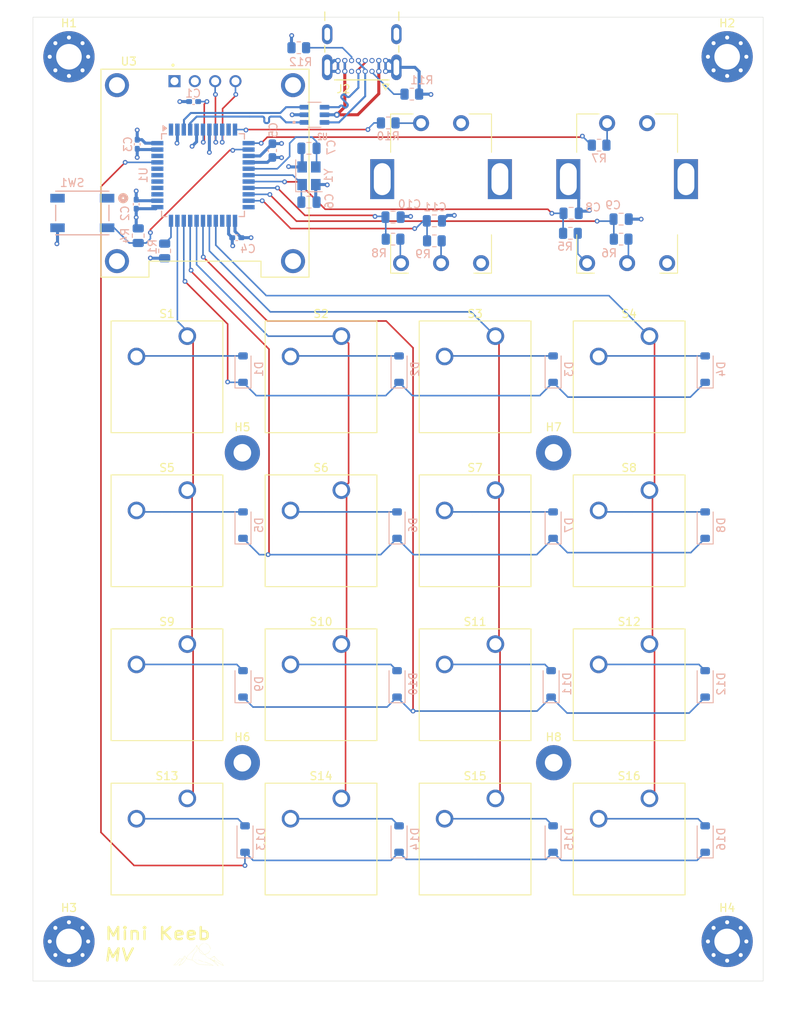
<source format=kicad_pcb>
(kicad_pcb (version 20241229) (generator "pcbnew") (generator_version "9.0")
  (layers (0 "F.Cu" power) (4 "In1.Cu" signal) (6 "In2.Cu" signal) (2 "B.Cu" signal) (13 "F.Paste" user) (15 "B.Paste" user) (5 "F.SilkS" user "F.Silkscreen") (7 "B.SilkS" user "B.Silkscreen") (1 "F.Mask" user) (3 "B.Mask" user) (25 "Edge.Cuts" user))
  (net 0 "")
  (net 7 "Net-(U1-UCAP)")
  (net 8 "GND")
  (net 9 "Net-(U1-XTAL2)")
  (net 10 "Net-(U1-~{HWB}{slash}PE2)")
  (net 11 "Net-(U1-~{RESET})")
  (net 12 "ROW 0")
  (net 13 "Net-(D1-A)")
  (net 14 "Net-(D2-A)")
  (net 15 "Net-(D3-A)")
  (net 16 "Net-(D4-A)")
  (net 17 "ROW 1")
  (net 18 "Net-(D5-A)")
  (net 19 "Net-(D6-A)")
  (net 20 "Net-(D7-A)")
  (net 21 "Net-(D8-A)")
  (net 22 "Net-(D9-A)")
  (net 23 "ROW 2")
  (net 24 "Net-(D10-A)")
  (net 25 "Net-(D11-A)")
  (net 26 "Net-(D12-A)")
  (net 27 "5V")
  (net 28 "SCL")
  (net 29 "SDA")
  (net 30 "COL 0")
  (net 31 "COL 1")
  (net 32 "COL 2")
  (net 33 "COL 3")
  (net 34 "Net-(R7-Pad2)")
  (net 35 "SW0")
  (net 36 "Net-(R10-Pad2)")
  (net 37 "Net-(U1-XTAL1)")
  (net 38 "ROTA0")
  (net 39 "ROTB0")
  (net 40 "ROTA1")
  (net 41 "ROTB1")
  (net 42 "SW1")
  (net 43 "VBUS+")
  (net 44 "USB_D-")
  (net 46 "Net-(J2-CC1)")
  (net 47 "USB_D+")
  (net 48 "Net-(J2-CC2)")
  (net 50 "MPU_USB_D-")
  (net 51 "MPU_USB_D+")
  (net 52 "Net-(D13-A)")
  (net 53 "ROW 3")
  (net 54 "Net-(D14-A)")
  (net 55 "Net-(D15-A)")
  (net 56 "Net-(D16-A)")
  (net 57 "Net-(S17-CHANNEL_A)")
  (net 58 "Net-(S17-CHANNEL_B)")
  (net 59 "Net-(S18-CHANNEL_A)")
  (net 60 "Net-(S18-CHANNEL_B)")
  (footprint "MountingHole:MountingHole_3.2mm_M3_Pad_Via" (layer "F.Cu") (at 33 140.052944)
    (property "Reference" "H3")
    (property "Value" "MountHole")
  )
  (footprint "kicad-footprints:PEC16-4xxxx-Sxxxx" (layer "F.Cu") (at 102.75 44.75)
    (property "Reference" "S17" (hide yes))
    (property "Value" "PEC16-4220F-S0024:PEC16-4xxxx-Sxxxx" (hide yes))
  )
  (footprint "MountingHole:MountingHole_3.2mm_M3_Pad_Via" (layer "F.Cu") (at 115.25 140.052944)
    (property "Reference" "H4")
    (property "Value" "MountHole")
  )
  (footprint "Button_Switch_Keyboard:SW_Cherry_MX_1.00u_PCB" (layer "F.Cu") (at 86.29 64.38)
    (property "Reference" "S3")
    (property "Value" "Keyswitch")
  )
  (footprint "Button_Switch_Keyboard:SW_Cherry_MX_1.00u_PCB" (layer "F.Cu") (at 67.04 122.17)
    (property "Reference" "S14")
    (property "Value" "Keyswitch")
  )
  (footprint "Button_Switch_Keyboard:SW_Cherry_MX_1.00u_PCB" (layer "F.Cu") (at 67.04 83.63)
    (property "Reference" "S6")
    (property "Value" "Keyswitch")
  )
  (footprint "MountingHole:MountingHole_2.2mm_M2_Pad" (layer "F.Cu") (at 93.57 117.71)
    (property "Reference" "H8")
    (property "Value" "MountHole")
  )
  (footprint "MountingHole:MountingHole_2.2mm_M2_Pad" (layer "F.Cu") (at 54.67 78.96)
    (property "Reference" "H5")
    (property "Value" "MountHole")
  )
  (footprint "Drawings:mountainline-small" (layer "F.Cu") (at 49.149 141.605)
    (property "Reference" "G***" (hide yes))
    (property "Value" "LOGO" (hide yes))
  )
  (footprint "Button_Switch_Keyboard:SW_Cherry_MX_1.00u_PCB" (layer "F.Cu") (at 86.29 83.63)
    (property "Reference" "S7")
    (property "Value" "Keyswitch")
  )
  (footprint "Button_Switch_Keyboard:SW_Cherry_MX_1.00u_PCB" (layer "F.Cu") (at 105.54 64.38)
    (property "Reference" "S4")
    (property "Value" "Keyswitch")
  )
  (footprint "Button_Switch_Keyboard:SW_Cherry_MX_1.00u_PCB" (layer "F.Cu") (at 105.54 83.63)
    (property "Reference" "S8")
    (property "Value" "Keyswitch")
  )
  (footprint "MountingHole:MountingHole_3.2mm_M3_Pad_Via" (layer "F.Cu") (at 33 29.447056)
    (property "Reference" "H1")
    (property "Value" "MountHole")
  )
  (footprint "MountingHole:MountingHole_2.2mm_M2_Pad" (layer "F.Cu") (at 54.67 117.71)
    (property "Reference" "H6")
    (property "Value" "MountHole")
  )
  (footprint "Button_Switch_Keyboard:SW_Cherry_MX_1.00u_PCB" (layer "F.Cu") (at 47.79 83.63)
    (property "Reference" "S5")
    (property "Value" "Keyswitch")
  )
  (footprint "Button_Switch_Keyboard:SW_Cherry_MX_1.00u_PCB" (layer "F.Cu") (at 47.79 64.38)
    (property "Reference" "S1")
    (property "Value" "Keyswitch")
  )
  (footprint "Button_Switch_Keyboard:SW_Cherry_MX_1.00u_PCB" (layer "F.Cu") (at 67.04 102.88)
    (property "Reference" "S10")
    (property "Value" "Keyswitch")
  )
  (footprint "MountingHole:MountingHole_2.2mm_M2_Pad" (layer "F.Cu") (at 93.57 78.96)
    (property "Reference" "H7")
    (property "Value" "MountHole")
  )
  (footprint "MountingHole:MountingHole_3.2mm_M3_Pad_Via" (layer "F.Cu") (at 115.25 29.447056)
    (property "Reference" "H2")
    (property "Value" "MountHole")
  )
  (footprint "Button_Switch_Keyboard:SW_Cherry_MX_1.00u_PCB" (layer "F.Cu") (at 105.54 102.88)
    (property "Reference" "S12")
    (property "Value" "Keyswitch")
  )
  (footprint "kicad-footprints:MODULE_DM-OLED096-636" (layer "F.Cu") (at 50 44)
    (property "Reference" "U3")
    (property "Value" "DM-OLED096-636")
  )
  (footprint "Button_Switch_Keyboard:SW_Cherry_MX_1.00u_PCB" (layer "F.Cu") (at 67.04 64.38)
    (property "Reference" "S2")
    (property "Value" "Keyswitch")
  )
  (footprint "Button_Switch_Keyboard:SW_Cherry_MX_1.00u_PCB" (layer "F.Cu") (at 47.79 102.88)
    (property "Reference" "S9")
    (property "Value" "Keyswitch")
  )
  (footprint "kicad-footprints:MOLEX_2137160001" (layer "F.Cu") (at 69.596 23.622 180)
    (property "Reference" "J2")
    (property "Value" "2137160001")
  )
  (footprint "Button_Switch_Keyboard:SW_Cherry_MX_1.00u_PCB" (layer "F.Cu") (at 86.29 122.17)
    (property "Reference" "S15")
    (property "Value" "Keyswitch")
  )
  (footprint "kicad-footprints:PEC16-4xxxx-Sxxxx" (layer "F.Cu") (at 79.5 44.75)
    (property "Reference" "S18" (hide yes))
    (property "Value" "PEC16-4220F-S0024:PEC16-4xxxx-Sxxxx" (hide yes))
  )
  (footprint "Button_Switch_Keyboard:SW_Cherry_MX_1.00u_PCB" (layer "F.Cu") (at 105.54 122.17)
    (property "Reference" "S16")
    (property "Value" "Keyswitch")
  )
  (footprint "Button_Switch_Keyboard:SW_Cherry_MX_1.00u_PCB" (layer "F.Cu") (at 47.79 122.17)
    (property "Reference" "S13")
    (property "Value" "Keyswitch")
  )
  (footprint "Button_Switch_Keyboard:SW_Cherry_MX_1.00u_PCB" (layer "F.Cu") (at 86.29 102.88)
    (property "Reference" "S11")
    (property "Value" "Keyswitch")
  )
  (footprint "Capacitor_SMD:C_0805_2012Metric" (layer "B.Cu") (at 62.992 47.625 180)
    (property "Reference" "C6")
    (property "Value" "22pF")
  )
  (footprint "Capacitor_SMD:C_0805_2012Metric" (layer "B.Cu") (at 62.992 40.894)
    (property "Reference" "C7")
    (property "Value" "22pF")
  )
  (footprint "Capacitor_SMD:C_0603_1608Metric_Pad1.08x0.95mm_HandSolder" (layer "B.Cu") (at 58.42 41.1745 -90)
    (property "Reference" "C5")
    (property "Value" "10uF")
  )
  (footprint "Resistor_SMD:R_0805_2012Metric" (layer "B.Cu") (at 72.898 37.719)
    (property "Reference" "R10")
    (property "Value" "10k")
  )
  (footprint "Diode_SMD:D_SOD-123" (layer "B.Cu") (at 54.75 107.85 90)
    (property "Reference" "D9")
    (property "Value" "SOD-123")
  )
  (footprint "Capacitor_SMD:C_0805_2012Metric" (layer "B.Cu") (at 78.6625 49.9625)
    (property "Reference" "C11")
    (property "Value" "100nF")
  )
  (footprint "Diode_SMD:D_SOD-123" (layer "B.Cu") (at 93.5 88 90)
    (property "Reference" "D7")
    (property "Value" "SOD-123")
  )
  (footprint "Capacitor_SMD:C_0402_1005Metric_Pad0.74x0.62mm_HandSolder" (layer "B.Cu") (at 41.529 40.386 -90)
    (property "Reference" "C3")
    (property "Value" "0.1uF")
  )
  (footprint "Resistor_SMD:R_0805_2012Metric" (layer "B.Cu") (at 73.5 52.25)
    (property "Reference" "R8")
    (property "Value" "27k")
  )
  (footprint "Resistor_SMD:R_0805_2012Metric" (layer "B.Cu") (at 99.25 40.5)
    (property "Reference" "R7")
    (property "Value" "10k")
  )
  (footprint "Diode_SMD:D_SOD-123" (layer "B.Cu") (at 54.75 68.5 90)
    (property "Reference" "D1")
    (property "Value" "SOD-123")
  )
  (footprint "Package_QFP:TQFP-44_10x10mm_P0.8mm" (layer "B.Cu") (at 49.75 44.25 -90)
    (property "Reference" "U1")
    (property "Value" "ATmega32U4-A")
  )
  (footprint "Diode_SMD:D_SOD-123" (layer "B.Cu") (at 55 127.25 90)
    (property "Reference" "D13")
    (property "Value" "SOD-123")
  )
  (footprint "Diode_SMD:D_SOD-123" (layer "B.Cu") (at 112.5 88 90)
    (property "Reference" "D8")
    (property "Value" "SOD-123")
  )
  (footprint "Resistor_SMD:R_0805_2012Metric" (layer "B.Cu") (at 78.6625 52.4625)
    (property "Reference" "R9")
    (property "Value" "27k")
  )
  (footprint "Diode_SMD:D_SOD-123" (layer "B.Cu") (at 93.5 127.25 90)
    (property "Reference" "D15")
    (property "Value" "SOD-123")
  )
  (footprint "Diode_SMD:D_SOD-123" (layer "B.Cu") (at 74.25 68.5 90)
    (property "Reference" "D2")
    (property "Value" "SOD-123")
  )
  (footprint "Diode_SMD:D_SOD-123" (layer "B.Cu") (at 112.5 127.25 90)
    (property "Reference" "D16")
    (property "Value" "SOD-123")
  )
  (footprint "Capacitor_SMD:C_0402_1005Metric_Pad0.74x0.62mm_HandSolder" (layer "B.Cu") (at 53.975 52.07)
    (property "Reference" "C4")
    (property "Value" "0.1uF")
  )
  (footprint "Diode_SMD:D_SOD-123" (layer "B.Cu") (at 112.5 68.5 90)
    (property "Reference" "D4")
    (property "Value" "SOD-123")
  )
  (footprint "Low_Profile_switch:SKQGADE010_AAL" (layer "B.Cu") (at 34.671 48.97815 180)
    (property "Reference" "SW1")
    (property "Value" "SKQGADE010")
  )
  (footprint "Capacitor_SMD:C_0805_2012Metric" (layer "B.Cu") (at 73.5 49.5)
    (property "Reference" "C10")
    (property "Value" "100nF")
  )
  (footprint "Diode_SMD:D_SOD-123" (layer "B.Cu") (at 93.5 68.5 90)
    (property "Reference" "D3")
    (property "Value" "SOD-123")
  )
  (footprint "Resistor_SMD:R_0805_2012Metric" (layer "B.Cu") (at 61.722 28.321 180)
    (property "Reference" "R12")
    (property "Value" "5.1k")
  )
  (footprint "Resistor_SMD:R_0805_2012Metric" (layer "B.Cu") (at 95.6625 51.522)
    (property "Reference" "R5")
    (property "Value" "27k")
  )
  (footprint "kicad-footprints:SOT95P280X145-6N" (layer "B.Cu") (at 63.683 36.703)
    (property "Reference" "U2")
    (property "Value" "USBLC6-2SC6")
  )
  (footprint "Capacitor_SMD:C_0402_1005Metric_Pad0.74x0.62mm_HandSolder" (layer "B.Cu") (at 41.402 47.879 90)
    (property "Reference" "C2")
    (property "Value" "0.1uF")
  )
  (footprint "Diode_SMD:D_SOD-123" (layer "B.Cu") (at 112.5 107.85 90)
    (property "Reference" "D12")
    (property "Value" "SOD-123")
  )
  (footprint "Diode_SMD:D_SOD-123" (layer "B.Cu") (at 54.75 88 90)
    (property "Reference" "D5")
    (property "Value" "SOD-123")
  )
  (footprint "Diode_SMD:D_SOD-123" (layer "B.Cu") (at 74.25 127.25 90)
    (property "Reference" "D14")
    (property "Value" "SOD-123")
  )
  (footprint "Resistor_SMD:R_0805_2012Metric" (layer "B.Cu") (at 41.656 51.816 -90)
    (property "Reference" "R4")
    (property "Value" "10k")
  )
  (footprint "Resistor_SMD:R_0805_2012Metric" (layer "B.Cu") (at 44.958 53.721 -90)
    (property "Reference" "R1")
    (property "Value" "10k")
  )
  (footprint "Diode_SMD:D_SOD-123" (layer "B.Cu") (at 74 107.85 90)
    (property "Reference" "D10")
    (property "Value" "SOD-123")
  )
  (footprint "Capacitor_SMD:C_0402_1005Metric_Pad0.74x0.62mm_HandSolder" (layer "B.Cu") (at 48.5815 35.052 180)
    (property "Reference" "C1")
    (property "Value" "1uF")
  )
  (footprint "Diode_SMD:D_SOD-123" (layer "B.Cu") (at 74 88 90)
    (property "Reference" "D6")
    (property "Value" "SOD-123")
  )
  (footprint "Diode_SMD:D_SOD-123" (layer "B.Cu") (at 93.25 107.85 90)
    (property "Reference" "D11")
    (property "Value" "SOD-123")
  )
  (footprint "Resistor_SMD:R_0805_2012Metric" (layer "B.Cu") (at 102 52.25)
    (property "Reference" "R6")
    (property "Value" "27k")
  )
  (footprint "Resistor_SMD:R_0805_2012Metric" (layer "B.Cu") (at 75.846 34.122 180)
    (property "Reference" "R11")
    (property "Value" "5.1k")
  )
  (footprint "Crystal:Crystal_SMD_3225-4Pin_3.2x2.5mm" (layer "B.Cu") (at 62.992 44.323 90)
    (property "Reference" "Y1")
    (property "Value" "16MHz")
  )
  (footprint "Capacitor_SMD:C_0805_2012Metric" (layer "B.Cu") (at 95.75 49.022)
    (property "Reference" "C8")
    (property "Value" "100nF")
  )
  (footprint "Capacitor_SMD:C_0805_2012Metric" (layer "B.Cu") (at 102 49.75)
    (property "Reference" "C9")
    (property "Value" "100nF")
  )
  (gr_rect (start 28.5 24.5) (end 119.75 145) (stroke (width 0.05)) (fill no) (layer "Edge.Cuts"))
  (gr_text "Mini Keeb" (at 37.338 139.954 0) (layer "F.SilkS") (effects (font (size 1.5 1.778) (thickness 0.3) (bold yes)) (justify left bottom)))
  (gr_text "MV" (at 37.211 142.621 0) (layer "F.SilkS") (effects (font (size 1.5 1.778) (thickness 0.3) (bold yes) (italic yes)) (justify left bottom)))
  (segment (start 50.2325 35.052) (end 49.911 35.3735) (width 0.2) (layer "F.Cu") (net 7))
  (segment (start 49.911 35.3735) (end 49.911 40.005) (width 0.2) (layer "F.Cu") (net 7))
  (segment (start 49.911 40.005) (end 49.784 40.132) (width 0.2) (layer "F.Cu") (net 7))
  (via (at 50.2325 35.052) (size 0.6) (drill 0.3) (layers "F.Cu" "B.Cu") (net 7))
  (via (at 49.784 40.132) (size 0.6) (drill 0.3) (layers "F.Cu" "B.Cu") (net 7))
  (segment (start 49.784 38.584) (end 49.75 38.55) (width 0.2) (layer "B.Cu") (net 7))
  (segment (start 49.784 40.132) (end 49.784 38.584) (width 0.2) (layer "B.Cu") (net 7))
  (segment (start 50.2325 35.052) (end 49.149 35.052) (width 0.2) (layer "B.Cu") (net 7))
  (via (at 60.452 43.18) (size 0.6) (drill 0.3) (layers "F.Cu" "B.Cu") (net 8))
  (via (at 41.402 46.228) (size 0.6) (drill 0.3) (layers "F.Cu" "B.Cu") (net 8))
  (via (at 55.753 52.07) (size 0.6) (drill 0.3) (layers "F.Cu" "B.Cu") (net 8))
  (via (at 60.889 36.703) (size 0.6) (drill 0.3) (layers "F.Cu" "B.Cu") (net 8))
  (via (at 75.692 49.41) (size 0.6) (drill 0.3) (layers "F.Cu" "B.Cu") (net 8))
  (via (at 60.833 26.797) (size 0.6) (drill 0.3) (layers "F.Cu" "B.Cu") (net 8))
  (via (at 41.529 42.037) (size 0.6) (drill 0.3) (layers "F.Cu" "B.Cu") (net 8))
  (via (at 59.563 42.0635) (size 0.6) (drill 0.3) (layers "F.Cu" "B.Cu") (net 8))
  (via (at 98.044 48.641) (size 0.6) (drill 0.3) (layers "F.Cu" "B.Cu") (net 8))
  (via (at 43.18 54.61) (size 0.6) (drill 0.3) (layers "F.Cu" "B.Cu") (net 8))
  (via (at 46.8525 35.052) (size 0.6) (drill 0.3) (layers "F.Cu" "B.Cu") (net 8))
  (via (at 31.496 52.832) (size 0.6) (drill 0.3) (layers "F.Cu" "B.Cu") (net 8))
  (via (at 81.153 49.276) (size 0.6) (drill 0.3) (layers "F.Cu" "B.Cu") (net 8))
  (via (at 78.232 34.163) (size 0.6) (drill 0.3) (layers "F.Cu" "B.Cu") (net 8))
  (via (at 65.278 45.466) (size 0.6) (drill 0.3) (layers "F.Cu" "B.Cu") (net 8))
  (via (at 104.5 49.75) (size 0.6) (drill 0.3) (layers "F.Cu" "B.Cu") (net 8))
  (via (at 48.387 40.64) (size 0.6) (drill 0.3) (layers "F.Cu" "B.Cu") (net 8))
  (segment (start 73.066 29.922) (end 73.916 30.772) (width 0.381) (layer "B.Cu") (net 8))
  (segment (start 97.935 48.75) (end 96.7 48.75) (width 0.381) (layer "B.Cu") (net 8))
  (segment (start 48.387 40.64) (end 48.95 40.077) (width 0.381) (layer "B.Cu") (net 8))
  (segment (start 60.8095 28.321) (end 60.8095 26.8205) (width 0.381) (layer "B.Cu") (net 8))
  (segment (start 74.54 49.41) (end 74.45 49.5) (width 0.381) (layer "B.Cu") (net 8))
  (segment (start 66.126 29.922) (end 65.276 30.772) (width 0.381) (layer "B.Cu") (net 8))
  (segment (start 63.842 45.423) (end 63.842 47.525) (width 0.381) (layer "B.Cu") (net 8))
  (segment (start 72.571 31.272) (end 73.416 31.272) (width 0.381) (layer "B.Cu") (net 8))
  (segment (start 76.7585 34.122) (end 76.7585 31.2925) (width 0.381) (layer "B.Cu") (net 8))
  (segment (start 63.842 45.423) (end 65.235 45.423) (width 0.381) (layer "B.Cu") (net 8))
  (segment (start 96.7 46.05) (end 95.4 44.75) (width 0.381) (layer "B.Cu") (net 8))
  (segment (start 63.842 47.525) (end 63.942 47.625) (width 0.381) (layer "B.Cu") (net 8))
  (segment (start 72.571 29.922) (end 73.066 29.922) (width 0.381) (layer "B.Cu") (net 8))
  (segment (start 62.142 43.223) (end 60.495 43.223) (width 0.381) (layer "B.Cu") (net 8))
  (segment (start 57.807 42.65) (end 58.42 42.037) (width 0.381) (layer "B.Cu") (net 8))
  (segment (start 96.7 48.75) (end 96.7 46.05) (width 0.381) (layer "B.Cu") (net 8))
  (segment (start 65.235 45.423) (end 65.278 45.466) (width 0.381) (layer "B.Cu") (net 8))
  (segment (start 80.299 49.276) (end 79.6125 49.9625) (width 0.381) (layer "B.Cu") (net 8))
  (segment (start 31.571001 50.828149) (end 31.571001 52.756999) (width 0.381) (layer "B.Cu") (net 8))
  (segment (start 66.621 31.272) (end 65.776 31.272) (width 0.381) (layer "B.Cu") (net 8))
  (segment (start 44.958 54.6335) (end 43.2035 54.6335) (width 0.381) (layer "B.Cu") (net 8))
  (segment (start 60.8095 26.8205) (end 60.833 26.797) (width 0.381) (layer "B.Cu") (net 8))
  (segment (start 73.416 31.272) (end 73.916 30.772) (width 0.381) (layer "B.Cu") (net 8))
  (segment (start 41.6255 41.05) (end 41.529 40.9535) (width 0.381) (layer "B.Cu") (net 8))
  (segment (start 58.42 42.037) (end 59.5365 42.037) (width 0.381) (layer "B.Cu") (net 8))
  (segment (start 81.153 49.276) (end 80.299 49.276) (width 0.381) (layer "B.Cu") (net 8))
  (segment (start 31.571001 52.756999) (end 31.496 52.832) (width 0.381) (layer "B.Cu") (net 8))
  (segment (start 65.776 31.272) (end 65.276 30.772) (width 0.381) (layer "B.Cu") (net 8))
  (segment (start 41.529 40.9535) (end 41.529 42.037) (width 0.381) (layer "B.Cu") (net 8))
  (segment (start 55.45 42.65) (end 57.807 42.65) (width 0.381) (layer "B.Cu") (net 8))
  (segment (start 53.75 49.95) (end 53.75 51.2775) (width 0.381) (layer "B.Cu") (net 8))
  (segment (start 78.191 34.122) (end 78.232 34.163) (width 0.381) (layer "B.Cu") (net 8))
  (segment (start 76.7585 31.2925) (end 76.238 30.772) (width 0.381) (layer "B.Cu") (net 8))
  (segment (start 41.5405 47.45) (end 41.402 47.3115) (width 0.381) (layer "B.Cu") (net 8))
  (segment (start 53.75 51.2775) (end 54.5425 52.07) (width 0.381) (layer "B.Cu") (net 8))
  (segment (start 98.044 48.641) (end 97.935 48.75) (width 0.381) (layer "B.Cu") (net 8))
  (segment (start 62.142 40.994) (end 62.042 40.894) (width 0.381) (layer "B.Cu") (net 8))
  (segment (start 55.753 52.07) (end 54.5425 52.07) (width 0.381) (layer "B.Cu") (net 8))
  (segment (start 66.621 29.922) (end 66.126 29.922) (width 0.381) (layer "B.Cu") (net 8))
  (segment (start 59.5365 42.037) (end 59.563 42.0635) (width 0.381) (layer "B.Cu") (net 8))
  (segment (start 76.238 30.772) (end 73.916 30.772) (width 0.381) (layer "B.Cu") (net 8))
  (segment (start 44.05 41.05) (end 41.6255 41.05) (width 0.381) (layer "B.Cu") (net 8))
  (segment (start 48.95 40.077) (end 48.95 38.55) (width 0.381) (layer "B.Cu") (net 8))
  (segment (start 48.014 35.052) (end 46.8525 35.052) (width 0.381) (layer "B.Cu") (net 8))
  (segment (start 60.889 36.703) (end 62.428 36.703) (width 0.381) (layer "B.Cu") (net 8))
  (segment (start 46.5675 32.8775) (end 46.19 32.5) (width 0.381) (layer "B.Cu") (net 8))
  (segment (start 60.495 43.223) (end 60.452 43.18) (width 0.381) (layer "B.Cu") (net 8))
  (segment (start 75.692 49.41) (end 74.54 49.41) (width 0.381) (layer "B.Cu") (net 8))
  (segment (start 44.05 47.45) (end 41.5405 47.45) (width 0.381) (layer "B.Cu") (net 8))
  (segment (start 41.402 47.3115) (end 41.402 46.228) (width 0.381) (layer "B.Cu") (net 8))
  (segment (start 62.142 43.223) (end 62.142 40.994) (width 0.381) (layer "B.Cu") (net 8))
  (segment (start 76.7585 34.122) (end 78.191 34.122) (width 0.381) (layer "B.Cu") (net 8))
  (segment (start 102.95 49.75) (end 104.5 49.75) (width 0.381) (layer "B.Cu") (net 8))
  (segment (start 60.579 40.259) (end 61.341 39.497) (width 0.2) (layer "B.Cu") (net 9))
  (segment (start 61.341 39.497) (end 63.373 39.497) (width 0.2) (layer "B.Cu") (net 9))
  (segment (start 63.942 40.066) (end 63.942 40.894) (width 0.2) (layer "B.Cu") (net 9))
  (segment (start 59.039 43.45) (end 60.579 41.91) (width 0.2) (layer "B.Cu") (net 9))
  (segment (start 60.579 41.91) (end 60.579 40.259) (width 0.2) (layer "B.Cu") (net 9))
  (segment (start 63.942 43.123) (end 63.842 43.223) (width 0.2) (layer "B.Cu") (net 9))
  (segment (start 63.373 39.497) (end 63.942 40.066) (width 0.2) (layer "B.Cu") (net 9))
  (segment (start 55.45 43.45) (end 59.039 43.45) (width 0.2) (layer "B.Cu") (net 9))
  (segment (start 63.942 40.894) (end 63.942 43.123) (width 0.2) (layer "B.Cu") (net 9))
  (segment (start 45.75 49.95) (end 45.75 52.0165) (width 0.2) (layer "B.Cu") (net 10))
  (segment (start 45.75 52.0165) (end 44.958 52.8085) (width 0.2) (layer "B.Cu") (net 10))
  (segment (start 43.18 51.435) (end 43.18 51.054) (width 0.2) (layer "F.Cu") (net 11))
  (segment (start 43.18 51.054) (end 53.086 41.148) (width 0.2) (layer "F.Cu") (net 11))
  (segment (start 53.086 41.148) (end 53.467 41.148) (width 0.2) (layer "F.Cu") (net 11))
  (via (at 53.467 41.148) (size 0.6) (drill 0.3) (layers "F.Cu" "B.Cu") (net 11))
  (via (at 43.18 51.435) (size 0.6) (drill 0.3) (layers "F.Cu" "B.Cu") (net 11))
  (segment (start 43.18 51.435) (end 43.18 52.197) (width 0.2) (layer "B.Cu") (net 11))
  (segment (start 42.6485 52.7285) (end 41.656 52.7285) (width 0.2) (layer "B.Cu") (net 11))
  (segment (start 40.5365 52.7285) (end 38.636149 50.828149) (width 0.2) (layer "B.Cu") (net 11))
  (segment (start 43.18 52.197) (end 42.6485 52.7285) (width 0.2) (layer "B.Cu") (net 11))
  (segment (start 41.656 52.7285) (end 40.5365 52.7285) (width 0.2) (layer "B.Cu") (net 11))
  (segment (start 38.636149 50.828149) (end 37.770999 50.828149) (width 0.2) (layer "B.Cu") (net 11))
  (segment (start 53.467 41.148) (end 53.565 41.05) (width 0.2) (layer "B.Cu") (net 11))
  (segment (start 53.565 41.05) (end 55.45 41.05) (width 0.2) (layer "B.Cu") (net 11))
  (segment (start 52.832 62.865) (end 52.832 70.104) (width 0.2) (layer "F.Cu") (net 12))
  (segment (start 47.498 57.531) (end 52.832 62.865) (width 0.2) (layer "F.Cu") (net 12))
  (via (at 47.498 57.531) (size 0.6) (drill 0.3) (layers "F.Cu" "B.Cu") (net 12))
  (via (at 52.832 70.104) (size 0.6) (drill 0.3) (layers "F.Cu" "B.Cu") (net 12))
  (segment (start 75.911 71.811) (end 91.839 71.811) (width 0.2) (layer "B.Cu") (net 12))
  (segment (start 74.25 70.15) (end 75.911 71.811) (width 0.2) (layer "B.Cu") (net 12))
  (segment (start 54.75 70.15) (end 52.878 70.15) (width 0.2) (layer "B.Cu") (net 12))
  (segment (start 93.5 70.15) (end 95.35 72) (width 0.2) (layer "B.Cu") (net 12))
  (segment (start 47.35 57.383) (end 47.498 57.531) (width 0.2) (layer "B.Cu") (net 12))
  (segment (start 52.878 70.15) (end 52.832 70.104) (width 0.2) (layer "B.Cu") (net 12))
  (segment (start 47.35 49.95) (end 47.35 57.383) (width 0.2) (layer "B.Cu") (net 12))
  (segment (start 95.35 72) (end 110.65 72) (width 0.2) (layer "B.Cu") (net 12))
  (segment (start 54.75 70.15) (end 56.411 71.811) (width 0.2) (layer "B.Cu") (net 12))
  (segment (start 56.411 71.811) (end 72.589 71.811) (width 0.2) (layer "B.Cu") (net 12))
  (segment (start 91.839 71.811) (end 93.5 70.15) (width 0.2) (layer "B.Cu") (net 12))
  (segment (start 72.589 71.811) (end 74.25 70.15) (width 0.2) (layer "B.Cu") (net 12))
  (segment (start 110.65 72) (end 112.5 70.15) (width 0.2) (layer "B.Cu") (net 12))
  (segment (start 54.75 66.85) (end 41.51 66.85) (width 0.2) (layer "B.Cu") (net 13))
  (segment (start 41.51 66.85) (end 41.44 66.92) (width 0.2) (layer "B.Cu") (net 13))
  (segment (start 74.25 66.85) (end 60.76 66.85) (width 0.2) (layer "B.Cu") (net 14))
  (segment (start 60.76 66.85) (end 60.69 66.92) (width 0.2) (layer "B.Cu") (net 14))
  (segment (start 80.01 66.85) (end 79.94 66.92) (width 0.2) (layer "B.Cu") (net 15))
  (segment (start 93.5 66.85) (end 80.01 66.85) (width 0.2) (layer "B.Cu") (net 15))
  (segment (start 99.26 66.85) (end 99.19 66.92) (width 0.2) (layer "B.Cu") (net 16))
  (segment (start 112.5 66.85) (end 99.26 66.85) (width 0.2) (layer "B.Cu") (net 16))
  (segment (start 57.883 91.694) (end 58 91.577) (width 0.2) (layer "F.Cu") (net 17))
  (segment (start 58 91.577) (end 58 66.001) (width 0.2) (layer "F.Cu") (net 17))
  (segment (start 48.26 56.261) (end 48.26 56.134) (width 0.2) (layer "F.Cu") (net 17))
  (segment (start 58 66.001) (end 48.26 56.261) (width 0.2) (layer "F.Cu") (net 17))
  (via (at 57.883 91.694) (size 0.6) (drill 0.3) (layers "F.Cu" "B.Cu") (net 17))
  (via (at 48.26 56.134) (size 0.6) (drill 0.3) (layers "F.Cu" "B.Cu") (net 17))
  (segment (start 95.29 91.44) (end 93.5 89.65) (width 0.2) (layer "B.Cu") (net 17))
  (segment (start 110.71 91.44) (end 95.29 91.44) (width 0.2) (layer "B.Cu") (net 17))
  (segment (start 71.956 91.694) (end 74 89.65) (width 0.2) (layer "B.Cu") (net 17))
  (segment (start 112.5 89.65) (end 110.71 91.44) (width 0.2) (layer "B.Cu") (net 17))
  (segment (start 57.883 91.694) (end 56.794 91.694) (width 0.2) (layer "B.Cu") (net 17))
  (segment (start 57.883 91.694) (end 71.956 91.694) (width 0.2) (layer "B.Cu") (net 17))
  (segment (start 48.26 56.134) (end 48.15 56.024) (width 0.2) (layer "B.Cu") (net 17))
  (segment (start 91.456 91.694) (end 76.044 91.694) (width 0.2) (layer "B.Cu") (net 17))
  (segment (start 56.794 91.694) (end 54.75 89.65) (width 0.2) (layer "B.Cu") (net 17))
  (segment (start 76.044 91.694) (end 74 89.65) (width 0.2) (layer "B.Cu") (net 17))
  (segment (start 48.15 56.024) (end 48.15 49.95) (width 0.2) (layer "B.Cu") (net 17))
  (segment (start 93.5 89.65) (end 91.456 91.694) (width 0.2) (layer "B.Cu") (net 17))
  (segment (start 41.62 86.35) (end 41.44 86.17) (width 0.2) (layer "B.Cu") (net 18))
  (segment (start 54.75 86.35) (end 41.62 86.35) (width 0.2) (layer "B.Cu") (net 18))
  (segment (start 74 86.35) (end 60.87 86.35) (width 0.2) (layer "B.Cu") (net 19))
  (segment (start 60.87 86.35) (end 60.69 86.17) (width 0.2) (layer "B.Cu") (net 19))
  (segment (start 93.5 86.35) (end 80.12 86.35) (width 0.2) (layer "B.Cu") (net 20))
  (segment (start 80.12 86.35) (end 79.94 86.17) (width 0.2) (layer "B.Cu") (net 20))
  (segment (start 99.37 86.35) (end 99.19 86.17) (width 0.2) (layer "B.Cu") (net 21))
  (segment (start 112.5 86.35) (end 99.37 86.35) (width 0.2) (layer "B.Cu") (net 21))
  (segment (start 53.97 105.42) (end 41.44 105.42) (width 0.2) (layer "B.Cu") (net 22))
  (segment (start 54.75 106.2) (end 53.97 105.42) (width 0.2) (layer "B.Cu") (net 22))
  (segment (start 49.784 54.483) (end 57.785 62.484) (width 0.2) (layer "F.Cu") (net 23))
  (segment (start 57.785 62.484) (end 72.644 62.484) (width 0.2) (layer "F.Cu") (net 23))
  (segment (start 72.644 62.484) (end 76 65.84) (width 0.2) (layer "F.Cu") (net 23))
  (segment (start 76 65.84) (end 76 111.25) (width 0.2) (layer "F.Cu") (net 23))
  (via (at 49.784 54.483) (size 0.6) (drill 0.3) (layers "F.Cu" "B.Cu") (net 23))
  (via (at 76 111.25) (size 0.6) (drill 0.3) (layers "F.Cu" "B.Cu") (net 23))
  (segment (start 75.75 111.25) (end 91.5 111.25) (width 0.2) (layer "B.Cu") (net 23))
  (segment (start 93.25 109.5) (end 95.25 111.5) (width 0.2) (layer "B.Cu") (net 23))
  (segment (start 110.5 111.5) (end 112.5 109.5) (width 0.2) (layer "B.Cu") (net 23))
  (segment (start 72.756 110.744) (end 74 109.5) (width 0.2) (layer "B.Cu") (net 23))
  (segment (start 74 109.5) (end 75.75 111.25) (width 0.2) (layer "B.Cu") (net 23))
  (segment (start 49.784 54.483) (end 49.75 54.449) (width 0.2) (layer "B.Cu") (net 23))
  (segment (start 95.25 111.5) (end 110.5 111.5) (width 0.2) (layer "B.Cu") (net 23))
  (segment (start 55.994 110.744) (end 72.756 110.744) (width 0.2) (layer "B.Cu") (net 23))
  (segment (start 54.75 109.5) (end 55.994 110.744) (width 0.2) (layer "B.Cu") (net 23))
  (segment (start 49.75 54.449) (end 49.75 49.95) (width 0.2) (layer "B.Cu") (net 23))
  (segment (start 91.5 111.25) (end 93.25 109.5) (width 0.2) (layer "B.Cu") (net 23))
  (segment (start 74 106.2) (end 73.22 105.42) (width 0.2) (layer "B.Cu") (net 24))
  (segment (start 73.22 105.42) (end 60.69 105.42) (width 0.2) (layer "B.Cu") (net 24))
  (segment (start 92.47 105.42) (end 79.94 105.42) (width 0.2) (layer "B.Cu") (net 25))
  (segment (start 93.25 106.2) (end 92.47 105.42) (width 0.2) (layer "B.Cu") (net 25))
  (segment (start 111.72 105.42) (end 99.19 105.42) (width 0.2) (layer "B.Cu") (net 26))
  (segment (start 112.5 106.2) (end 111.72 105.42) (width 0.2) (layer "B.Cu") (net 26))
  (via (at 46.5 40.25) (size 0.6) (drill 0.3) (layers "F.Cu" "B.Cu") (net 27))
  (via (at 53.467 53.086) (size 0.6) (drill 0.3) (layers "F.Cu" "B.Cu") (net 27))
  (via (at 41.402 49.53) (size 0.6) (drill 0.3) (layers "F.Cu" "B.Cu") (net 27))
  (via (at 59.563 40.2855) (size 0.6) (drill 0.3) (layers "F.Cu" "B.Cu") (net 27))
  (via (at 50.546 41.402) (size 0.6) (drill 0.3) (layers "F.Cu" "B.Cu") (net 27))
  (via (at 41.529 38.608) (size 0.6) (drill 0.3) (layers "F.Cu" "B.Cu") (net 27))
  (segment (start 50.55 38.55) (end 50.55 41.398) (width 0.381) (layer "B.Cu") (net 27))
  (segment (start 41.402 48.4465) (end 41.402 49.53) (width 0.381) (layer "B.Cu") (net 27))
  (segment (start 52.95 49.95) (end 52.95 51.6125) (width 0.381) (layer "B.Cu") (net 27))
  (segment (start 53.4075 53.0265) (end 53.467 53.086) (width 0.381) (layer "B.Cu") (net 27))
  (segment (start 42.545 40.25) (end 42.1135 39.8185) (width 0.381) (layer "B.Cu") (net 27))
  (segment (start 52.95 51.6125) (end 53.4075 52.07) (width 0.381) (layer "B.Cu") (net 27))
  (segment (start 59.5365 40.312) (end 59.563 40.2855) (width 0.381) (layer "B.Cu") (net 27))
  (segment (start 42.1135 39.8185) (end 41.529 39.8185) (width 0.381) (layer "B.Cu") (net 27))
  (segment (start 50.55 41.398) (end 50.546 41.402) (width 0.381) (layer "B.Cu") (net 27))
  (segment (start 41.402 48.4465) (end 43.8535 48.4465) (width 0.381) (layer "B.Cu") (net 27))
  (segment (start 46.5 40.25) (end 46.55 40.2) (width 0.381) (layer "B.Cu") (net 27))
  (segment (start 56.882 41.85) (end 58.42 40.312) (width 0.381) (layer "B.Cu") (net 27))
  (segment (start 55.45 41.85) (end 56.882 41.85) (width 0.381) (layer "B.Cu") (net 27))
  (segment (start 41.529 39.8185) (end 41.529 38.608) (width 0.381) (layer "B.Cu") (net 27))
  (segment (start 46.55 40.2) (end 46.55 38.55) (width 0.381) (layer "B.Cu") (net 27))
  (segment (start 43.8535 48.4465) (end 44.05 48.25) (width 0.381) (layer "B.Cu") (net 27))
  (segment (start 41.402 50.6495) (end 41.402 49.53) (width 0.381) (layer "B.Cu") (net 27))
  (segment (start 58.42 40.312) (end 59.5365 40.312) (width 0.381) (layer "B.Cu") (net 27))
  (segment (start 41.656 50.9035) (end 41.402 50.6495) (width 0.381) (layer "B.Cu") (net 27))
  (segment (start 44.05 40.25) (end 42.545 40.25) (width 0.381) (layer "B.Cu") (net 27))
  (segment (start 53.4075 52.07) (end 53.4075 53.0265) (width 0.381) (layer "B.Cu") (net 27))
  (segment (start 51.308 40.09) (end 51.35 40.132) (width 0.2) (layer "F.Cu") (net 28))
  (segment (start 51.308 34.163) (end 51.308 40.09) (width 0.2) (layer "F.Cu") (net 28))
  (via (at 51.308 34.163) (size 0.6) (drill 0.3) (layers "F.Cu" "B.Cu") (net 28))
  (via (at 51.35 40.132) (size 0.6) (drill 0.3) (layers "F.Cu" "B.Cu") (net 28))
  (segment (start 51.27 34.125) (end 51.308 34.163) (width 0.2) (layer "B.Cu") (net 28))
  (segment (start 51.27 32.5) (end 51.27 34.125) (width 0.2) (layer "B.Cu") (net 28))
  (segment (start 51.35 40.132) (end 51.35 38.55) (width 0.2) (layer "B.Cu") (net 28))
  (segment (start 52.197 35.941) (end 53.848 34.29) (width 0.2) (layer "F.Cu") (net 29))
  (segment (start 52.15 40.132) (end 52.197 40.085) (width 0.2) (layer "F.Cu") (net 29))
  (segment (start 52.197 40.085) (end 52.197 35.941) (width 0.2) (layer "F.Cu") (net 29))
  (segment (start 53.848 34.29) (end 53.848 34.163) (width 0.2) (layer "F.Cu") (net 29))
  (via (at 52.15 40.132) (size 0.6) (drill 0.3) (layers "F.Cu" "B.Cu") (net 29))
  (via (at 53.848 34.163) (size 0.6) (drill 0.3) (layers "F.Cu" "B.Cu") (net 29))
  (segment (start 53.81 34.125) (end 53.848 34.163) (width 0.2) (layer "B.Cu") (net 29))
  (segment (start 53.81 32.5) (end 53.81 34.125) (width 0.2) (layer "B.Cu") (net 29))
  (segment (start 52.15 40.132) (end 52.15 38.55) (width 0.2) (layer "B.Cu") (net 29))
  (segment (start 48.514 65.104) (end 48.514 82.906) (width 0.2) (layer "F.Cu") (net 30))
  (segment (start 48.387 84.227) (end 48.387 102.283) (width 0.2) (layer "F.Cu") (net 30))
  (segment (start 48.387 102.283) (end 47.79 102.88) (width 0.2) (layer "F.Cu") (net 30))
  (segment (start 47.79 83.63) (end 48.514 84.354) (width 0.2) (layer "F.Cu") (net 30))
  (segment (start 48.514 82.906) (end 47.79 83.63) (width 0.2) (layer "F.Cu") (net 30))
  (segment (start 47.79 102.88) (end 48.514 103.604) (width 0.2) (layer "F.Cu") (net 30))
  (segment (start 47.79 64.38) (end 48.514 65.104) (width 0.2) (layer "F.Cu") (net 30))
  (segment (start 47.79 83.63) (end 48.387 84.227) (width 0.2) (layer "F.Cu") (net 30))
  (segment (start 48.514 103.604) (end 48.514 121.446) (width 0.2) (layer "F.Cu") (net 30))
  (segment (start 48.514 121.446) (end 47.79 122.17) (width 0.2) (layer "F.Cu") (net 30))
  (segment (start 46.55 62.51) (end 47.5 63.46) (width 0.2) (layer "B.Cu") (net 30))
  (segment (start 46.55 49.95) (end 46.55 62.51) (width 0.2) (layer "B.Cu") (net 30))
  (segment (start 67.945 65.285) (end 67.945 82.725) (width 0.2) (layer "F.Cu") (net 31))
  (segment (start 67.945 82.725) (end 67.04 83.63) (width 0.2) (layer "F.Cu") (net 31))
  (segment (start 67.04 64.38) (end 67.945 65.285) (width 0.2) (layer "F.Cu") (net 31))
  (segment (start 67.564 103.404) (end 67.564 121.646) (width 0.2) (layer "F.Cu") (net 31))
  (segment (start 67.691 102.229) (end 67.04 102.88) (width 0.2) (layer "F.Cu") (net 31))
  (segment (start 67.691 84.281) (end 67.691 102.229) (width 0.2) (layer "F.Cu") (net 31))
  (segment (start 67.564 121.646) (end 67.04 122.17) (width 0.2) (layer "F.Cu") (net 31))
  (segment (start 67.04 83.63) (end 67.691 84.281) (width 0.2) (layer "F.Cu") (net 31))
  (segment (start 67.04 102.88) (end 67.564 103.404) (width 0.2) (layer "F.Cu") (net 31))
  (segment (start 57.903 64.38) (end 48.95 55.427) (width 0.2) (layer "B.Cu") (net 31))
  (segment (start 67.04 64.38) (end 57.903 64.38) (width 0.2) (layer "B.Cu") (net 31))
  (segment (start 48.95 55.427) (end 48.95 49.95) (width 0.2) (layer "B.Cu") (net 31))
  (segment (start 86.868 103.458) (end 86.868 121.592) (width 0.2) (layer "F.Cu") (net 32))
  (segment (start 86.741 83.179) (end 86.29 83.63) (width 0.2) (layer "F.Cu") (net 32))
  (segment (start 86.868 121.592) (end 86.29 122.17) (width 0.2) (layer "F.Cu") (net 32))
  (segment (start 86.29 64.38) (end 86.741 64.831) (width 0.2) (layer "F.Cu") (net 32))
  (segment (start 86.29 83.63) (end 86.741 84.081) (width 0.2) (layer "F.Cu") (net 32))
  (segment (start 86.741 64.831) (end 86.741 83.179) (width 0.2) (layer "F.Cu") (net 32))
  (segment (start 86.741 84.081) (end 86.741 102.429) (width 0.2) (layer "F.Cu") (net 32))
  (segment (start 86.741 102.429) (end 86.29 102.88) (width 0.2) (layer "F.Cu") (net 32))
  (segment (start 86.29 102.88) (end 86.868 103.458) (width 0.2) (layer "F.Cu") (net 32))
  (segment (start 50.55 53.725) (end 50.55 49.95) (width 0.2) (layer "B.Cu") (net 32))
  (segment (start 58.166 61.341) (end 50.55 53.725) (width 0.2) (layer "B.Cu") (net 32))
  (segment (start 83.251 61.341) (end 58.166 61.341) (width 0.2) (layer "B.Cu") (net 32))
  (segment (start 86.29 64.38) (end 83.251 61.341) (width 0.2) (layer "B.Cu") (net 32))
  (segment (start 106.172 103.512) (end 106.172 121.538) (width 0.2) (layer "F.Cu") (net 33))
  (segment (start 105.54 64.38) (end 106.172 65.012) (width 0.2) (layer "F.Cu") (net 33))
  (segment (start 105.918 84.008) (end 105.918 102.502) (width 0.2) (layer "F.Cu") (net 33))
  (segment (start 106.172 121.538) (end 105.54 122.17) (width 0.2) (layer "F.Cu") (net 33))
  (segment (start 106.172 65.012) (end 106.172 82.998) (width 0.2) (layer "F.Cu") (net 33))
  (segment (start 105.54 83.63) (end 105.918 84.008) (width 0.2) (layer "F.Cu") (net 33))
  (segment (start 106.172 82.998) (end 105.54 83.63) (width 0.2) (layer "F.Cu") (net 33))
  (segment (start 105.918 102.502) (end 105.54 102.88) (width 0.2) (layer "F.Cu") (net 33))
  (segment (start 105.54 102.88) (end 106.172 103.512) (width 0.2) (layer "F.Cu") (net 33))
  (segment (start 51.35 53.001) (end 51.35 49.95) (width 0.2) (layer "B.Cu") (net 33))
  (segment (start 105.54 64.38) (end 100.469 59.309) (width 0.2) (layer "B.Cu") (net 33))
  (segment (start 100.469 59.309) (end 57.658 59.309) (width 0.2) (layer "B.Cu") (net 33))
  (segment (start 57.658 59.309) (end 51.35 53.001) (width 0.2) (layer "B.Cu") (net 33))
  (segment (start 100.25 40.4125) (end 100.1625 40.5) (width 0.2) (layer "B.Cu") (net 34))
  (segment (start 100.25 37.75) (end 100.25 40.4125) (width 0.2) (layer "B.Cu") (net 34))
  (segment (start 97.028 39.497) (end 57.785 39.497) (width 0.2) (layer "F.Cu") (net 35))
  (segment (start 57.785 39.497) (end 57.023 40.259) (width 0.2) (layer "F.Cu") (net 35))
  (segment (start 97.155 39.37) (end 97.028 39.497) (width 0.2) (layer "F.Cu") (net 35))
  (via (at 57.023 40.259) (size 0.6) (drill 0.3) (layers "F.Cu" "B.Cu") (net 35))
  (via (at 97.155 39.37) (size 0.6) (drill 0.3) (layers "F.Cu" "B.Cu") (net 35))
  (segment (start 98.285 40.5) (end 98.3375 40.5) (width 0.2) (layer "B.Cu") (net 35))
  (segment (start 97.155 39.37) (end 98.285 40.5) (width 0.2) (layer "B.Cu") (net 35))
  (segment (start 57.014 40.25) (end 55.45 40.25) (width 0.2) (layer "B.Cu") (net 35))
  (segment (start 57.023 40.259) (end 57.014 40.25) (width 0.2) (layer "B.Cu") (net 35))
  (segment (start 77 37.75) (end 73.8415 37.75) (width 0.2) (layer "B.Cu") (net 36))
  (segment (start 73.8415 37.75) (end 73.8105 37.719) (width 0.2) (layer "B.Cu") (net 36))
  (segment (start 62.142 45.423) (end 60.969 44.25) (width 0.2) (layer "B.Cu") (net 37))
  (segment (start 60.969 44.25) (end 55.45 44.25) (width 0.2) (layer "B.Cu") (net 37))
  (segment (start 62.042 47.625) (end 62.042 45.523) (width 0.2) (layer "B.Cu") (net 37))
  (segment (start 62.042 45.523) (end 62.142 45.423) (width 0.2) (layer "B.Cu") (net 37))
  (segment (start 92.837 48.514) (end 65.024 48.514) (width 0.2) (layer "F.Cu") (net 38))
  (segment (start 93.345 49.022) (end 92.837 48.514) (width 0.2) (layer "F.Cu") (net 38))
  (segment (start 61.595 45.085) (end 59.944 45.085) (width 0.2) (layer "F.Cu") (net 38))
  (segment (start 65.024 48.514) (end 61.595 45.085) (width 0.2) (layer "F.Cu") (net 38))
  (via (at 59.944 45.085) (size 0.6) (drill 0.3) (layers "F.Cu" "B.Cu") (net 38))
  (via (at 93.345 49.022) (size 0.6) (drill 0.3) (layers "F.Cu" "B.Cu") (net 38))
  (segment (start 59.944 45.085) (end 59.909 45.05) (width 0.2) (layer "B.Cu") (net 38))
  (segment (start 59.909 45.05) (end 55.45 45.05) (width 0.2) (layer "B.Cu") (net 38))
  (segment (start 94.75 48.8) (end 94.8 48.75) (width 0.2) (layer "B.Cu") (net 38))
  (segment (start 94.75 51.522) (end 94.75 49.072) (width 0.2) (layer "B.Cu") (net 38))
  (segment (start 93.345 49.022) (end 94.8 49.022) (width 0.2) (layer "B.Cu") (net 38))
  (segment (start 58.1025 46.6725) (end 61.43 50) (width 0.2) (layer "F.Cu") (net 39))
  (segment (start 61.43 50) (end 99 50) (width 0.2) (layer "F.Cu") (net 39))
  (via (at 58.1025 46.6725) (size 0.6) (drill 0.3) (layers "F.Cu" "B.Cu") (net 39))
  (via (at 99 50) (size 0.6) (drill 0.3) (layers "F.Cu" "B.Cu") (net 39))
  (segment (start 101.0875 49.7875) (end 101.05 49.75) (width 0.2) (layer "B.Cu") (net 39))
  (segment (start 99 50) (end 100.8 50) (width 0.2) (layer "B.Cu") (net 39))
  (segment (start 101.0875 52.25) (end 101.0875 49.7875) (width 0.2) (layer "B.Cu") (net 39))
  (segment (start 58.1025 46.6725) (end 58.08 46.65) (width 0.2) (layer "B.Cu") (net 39))
  (segment (start 58.08 46.65) (end 55.45 46.65) (width 0.2) (layer "B.Cu") (net 39))
  (segment (start 100.8 50) (end 101.05 49.75) (width 0.2) (layer "B.Cu") (net 39))
  (segment (start 71.247 49.41) (end 71.113 49.276) (width 0.2) (layer "F.Cu") (net 40))
  (segment (start 62.484 49.276) (end 59.055 45.847) (width 0.2) (layer "F.Cu") (net 40))
  (segment (start 71.113 49.276) (end 62.484 49.276) (width 0.2) (layer "F.Cu") (net 40))
  (via (at 59.055 45.847) (size 0.6) (drill 0.3) (layers "F.Cu" "B.Cu") (net 40))
  (via (at 71.247 49.41) (size 0.6) (drill 0.3) (layers "F.Cu" "B.Cu") (net 40))
  (segment (start 72.5875 52.25) (end 72.5875 49.5375) (width 0.2) (layer "B.Cu") (net 40))
  (segment (start 71.247 49.41) (end 71.254 49.403) (width 0.2) (layer "B.Cu") (net 40))
  (segment (start 55.45 45.85) (end 59.052 45.85) (width 0.2) (layer "B.Cu") (net 40))
  (segment (start 71.254 49.403) (end 72.453 49.403) (width 0.2) (layer "B.Cu") (net 40))
  (segment (start 72.5875 49.5375) (end 72.55 49.5) (width 0.2) (layer "B.Cu") (net 40))
  (segment (start 72.453 49.403) (end 72.55 49.5) (width 0.2) (layer "B.Cu") (net 40))
  (segment (start 59.052 45.85) (end 59.055 45.847) (width 0.2) (layer "B.Cu") (net 40))
  (segment (start 57.15 47.45) (end 57.229 47.45) (width 0.2) (layer "F.Cu") (net 41))
  (segment (start 60.706 50.927) (end 76.2 50.927) (width 0.2) (layer "F.Cu") (net 41))
  (segment (start 57.229 47.45) (end 60.706 50.927) (width 0.2) (layer "F.Cu") (net 41))
  (via (at 57.15 47.45) (size 0.6) (drill 0.3) (layers "F.Cu" "B.Cu") (net 41))
  (via (at 76.2 50.927) (size 0.6) (drill 0.3) (layers "F.Cu" "B.Cu") (net 41))
  (segment (start 77.75 52.4625) (end 77.75 50) (width 0.2) (layer "B.Cu") (net 41))
  (segment (start 57.15 47.45) (end 55.45 47.45) (width 0.2) (layer "B.Cu") (net 41))
  (segment (start 77.2915 49.9625) (end 77.7125 49.9625) (width 0.2) (layer "B.Cu") (net 41))
  (segment (start 76.327 50.927) (end 77.2915 49.9625) (width 0.2) (layer "B.Cu") (net 41))
  (segment (start 77.5875 50.5375) (end 77.55 50.5) (width 0.2) (layer "B.Cu") (net 41))
  (segment (start 76.2 50.927) (end 76.327 50.927) (width 0.2) (layer "B.Cu") (net 41))
  (segment (start 55.177 38.549) (end 70.357 38.549) (width 0.2) (layer "F.Cu") (net 42))
  (segment (start 70.357 38.549) (end 70.358 38.55) (width 0.2) (layer "F.Cu") (net 42))
  (segment (start 55.118 38.608) (end 55.177 38.549) (width 0.2) (layer "F.Cu") (net 42))
  (via (at 70.358 38.55) (size 0.6) (drill 0.3) (layers "F.Cu" "B.Cu") (net 42))
  (via (at 55.118 38.608) (size 0.6) (drill 0.3) (layers "F.Cu" "B.Cu") (net 42))
  (segment (start 70.358 38.55) (end 70.358 38.481) (width 0.2) (layer "B.Cu") (net 42))
  (segment (start 71.12 37.719) (end 71.9855 37.719) (width 0.2) (layer "B.Cu") (net 42))
  (segment (start 70.358 38.481) (end 71.12 37.719) (width 0.2) (layer "B.Cu") (net 42))
  (segment (start 55.06 38.55) (end 55.118 38.608) (width 0.2) (layer "B.Cu") (net 42))
  (segment (start 53.75 38.55) (end 55.06 38.55) (width 0.2) (layer "B.Cu") (net 42))
  (segment (start 67.471 31.272) (end 67.471 35.709) (width 0.381) (layer "F.Cu") (net 43))
  (segment (start 69.088 36.703) (end 66.477 36.703) (width 0.381) (layer "F.Cu") (net 43))
  (segment (start 71.721 34.07) (end 69.088 36.703) (width 0.381) (layer "F.Cu") (net 43))
  (segment (start 67.471 35.709) (end 66.477 36.703) (width 0.381) (layer "F.Cu") (net 43))
  (segment (start 71.721 31.272) (end 71.721 34.07) (width 0.381) (layer "F.Cu") (net 43))
  (via (at 66.477 36.703) (size 0.762) (drill 0.381) (layers "F.Cu" "B.Cu") (net 43))
  (segment (start 66.477 36.703) (end 64.938 36.703) (width 0.381) (layer "B.Cu") (net 43))
  (segment (start 70.021 29.963795) (end 70.021 29.922) (width 0.2) (layer "F.Cu") (net 44))
  (segment (start 70.021 30.182) (end 70.021 29.963795) (width 0.254) (layer "F.Cu") (net 44))
  (segment (start 69.171 31.272) (end 69.171 31.032) (width 0.254) (layer "F.Cu") (net 44))
  (segment (start 69.171 31.032) (end 70.021 30.182) (width 0.254) (layer "F.Cu") (net 44))
  (segment (start 66.736 35.753) (end 64.938 35.753) (width 0.254) (layer "B.Cu") (net 44))
  (segment (start 66.877997 35.611007) (end 66.793142 35.695859) (width 0.254) (layer "B.Cu") (net 44))
  (segment (start 67.098443 34.643511) (end 67.302259 34.847327) (width 0.254) (layer "B.Cu") (net 44))
  (segment (start 69.171 31.272) (end 69.171 33.318) (width 0.254) (layer "B.Cu") (net 44))
  (segment (start 67.302259 34.847327) (end 67.641672 35.18674) (width 0.254) (layer "B.Cu") (net 44))
  (segment (start 67.35051 35.744111) (end 67.217407 35.611008) (width 0.254) (layer "B.Cu") (net 44))
  (segment (start 67.726524 34.423064) (end 67.522707 34.219247) (width 0.254) (layer "B.Cu") (net 44))
  (segment (start 69.171 33.318) (end 68.065936 34.423064) (width 0.254) (layer "B.Cu") (net 44))
  (segment (start 67.774775 35.659256) (end 67.689922 35.74411) (width 0.254) (layer "B.Cu") (net 44))
  (segment (start 66.793142 35.695859) (end 66.736 35.753) (width 0.254) (layer "B.Cu") (net 44))
  (segment (start 67.183296 34.219247) (end 67.098443 34.304099) (width 0.254) (layer "B.Cu") (net 44))
  (segment (start 67.641672 35.18674) (end 67.774776 35.319844) (width 0.254) (layer "B.Cu") (net 44))
  (arc (start 67.217407 35.611008) (mid 67.047701 35.540714) (end 66.877997 35.611007) (width 0.254) (layer "B.Cu") (net 44))
  (arc (start 68.065936 34.423064) (mid 67.89623 34.493359) (end 67.726524 34.423064) (width 0.254) (layer "B.Cu") (net 44))
  (arc (start 67.522707 34.219247) (mid 67.353002 34.148952) (end 67.183296 34.219247) (width 0.254) (layer "B.Cu") (net 44))
  (arc (start 67.689922 35.74411) (mid 67.520216 35.814405) (end 67.35051 35.744111) (width 0.254) (layer "B.Cu") (net 44))
  (arc (start 67.774776 35.319844) (mid 67.845071 35.489549) (end 67.774775 35.659256) (width 0.254) (layer "B.Cu") (net 44))
  (arc (start 67.098443 34.304099) (mid 67.028148 34.473805) (end 67.098443 34.643511) (width 0.254) (layer "B.Cu") (net 44))
  (segment (start 73.596 34.122) (end 70.871 31.397) (width 0.2) (layer "B.Cu") (net 46))
  (segment (start 74.9335 34.122) (end 73.596 34.122) (width 0.2) (layer "B.Cu") (net 46))
  (segment (start 70.871 31.397) (end 70.871 31.272) (width 0.2) (layer "B.Cu") (net 46))
  (segment (start 69.171 29.955884) (end 69.171 29.922) (width 0.2) (layer "B.Cu") (net 47))
  (segment (start 70.021 31.032) (end 69.171 30.182) (width 0.254) (layer "B.Cu") (net 47))
  (segment (start 69.171 30.182) (end 69.171 29.955884) (width 0.254) (layer "B.Cu") (net 47))
  (segment (start 70.021 31.272) (end 70.021 31.032) (width 0.254) (layer "B.Cu") (net 47))
  (segment (start 70.021 31.272) (end 70.021 34.373) (width 0.254) (layer "B.Cu") (net 47))
  (segment (start 70.021 34.373) (end 66.741 37.653) (width 0.254) (layer "B.Cu") (net 47))
  (segment (start 66.741 37.653) (end 64.938 37.653) (width 0.254) (layer "B.Cu") (net 47))
  (segment (start 62.6345 28.321) (end 67.178205 28.321) (width 0.2) (layer "B.Cu") (net 48))
  (segment (start 67.178205 28.321) (end 68.321 29.463795) (width 0.2) (layer "B.Cu") (net 48))
  (segment (start 68.321 29.463795) (end 68.321 29.922) (width 0.2) (layer "B.Cu") (net 48))
  (segment (start 47.371 38.529) (end 47.35 38.55) (width 0.254) (layer "B.Cu") (net 50))
  (segment (start 62.428 35.753) (end 60.132 35.753) (width 0.254) (layer "B.Cu") (net 50))
  (segment (start 59.407 36.478) (end 48.231 36.478) (width 0.254) (layer "B.Cu") (net 50))
  (segment (start 60.132 35.753) (end 59.407 36.478) (width 0.254) (layer "B.Cu") (net 50))
  (segment (start 48.231 36.478) (end 47.371 37.338) (width 0.254) (layer "B.Cu") (net 50))
  (segment (start 47.371 37.338) (end 47.371 38.529) (width 0.254) (layer "B.Cu") (net 50))
  (segment (start 57.051036 36.928) (end 55.582 36.928) (width 0.254) (layer "B.Cu") (net 51))
  (segment (start 48.15 37.743) (end 48.15 38.55) (width 0.254) (layer "B.Cu") (net 51))
  (segment (start 60.132 37.653) (end 59.407 36.928) (width 0.254) (layer "B.Cu") (net 51))
  (segment (start 57.411036 37.499608) (end 57.411036 37.168) (width 0.254) (layer "B.Cu") (net 51))
  (segment (start 57.171036 36.928) (end 57.051036 36.928) (width 0.254) (layer "B.Cu") (net 51))
  (segment (start 55.582 36.928) (end 48.965 36.928) (width 0.254) (layer "B.Cu") (net 51))
  (segment (start 57.771036 37.739608) (end 57.651036 37.739608) (width 0.254) (layer "B.Cu") (net 51))
  (segment (start 48.965 36.928) (end 48.15 37.743) (width 0.254) (layer "B.Cu") (net 51))
  (segment (start 62.428 37.653) (end 60.132 37.653) (width 0.254) (layer "B.Cu") (net 51))
  (segment (start 59.407 36.928) (end 58.251036 36.928) (width 0.254) (layer "B.Cu") (net 51))
  (segment (start 58.011036 37.168) (end 58.011036 37.499608) (width 0.254) (layer "B.Cu") (net 51))
  (arc (start 57.411036 37.168) (mid 57.340742 36.998294) (end 57.171036 36.928) (width 0.254) (layer "B.Cu") (net 51))
  (arc (start 58.011036 37.499608) (mid 57.940742 37.669314) (end 57.771036 37.739608) (width 0.254) (layer "B.Cu") (net 51))
  (arc (start 57.651036 37.739608) (mid 57.48133 37.669314) (end 57.411036 37.499608) (width 0.254) (layer "B.Cu") (net 51))
  (arc (start 58.251036 36.928) (mid 58.08133 36.998294) (end 58.011036 37.168) (width 0.254) (layer "B.Cu") (net 51))
  (segment (start 55 125.6) (end 54.11 124.71) (width 0.2) (layer "B.Cu") (net 52))
  (segment (start 54.11 124.71) (end 41.44 124.71) (width 0.2) (layer "B.Cu") (net 52))
  (segment (start 37 126.414903) (end 37 45.677) (width 0.2) (layer "F.Cu") (net 53))
  (segment (start 37 45.677) (end 40.027 42.65) (width 0.2) (layer "F.Cu") (net 53))
  (segment (start 54.991 130.556) (end 41.141097 130.556) (width 0.2) (layer "F.Cu") (net 53))
  (segment (start 41.141097 130.556) (end 37 126.414903) (width 0.2) (layer "F.Cu") (net 53))
  (via (at 40.027 42.65) (size 0.6) (drill 0.3) (layers "F.Cu" "B.Cu") (net 53))
  (via (at 54.991 130.556) (size 0.6) (drill 0.3) (layers "F.Cu" "B.Cu") (net 53))
  (segment (start 92.606 129.794) (end 93.5 128.9) (width 0.2) (layer "B.Cu") (net 53))
  (segment (start 40.027 42.65) (end 44.05 42.65) (width 0.2) (layer "B.Cu") (net 53))
  (segment (start 94.521 129.921) (end 111.479 129.921) (width 0.2) (layer "B.Cu") (net 53))
  (segment (start 54.991 128.909) (end 55 128.9) (width 0.2) (layer "B.Cu") (net 53))
  (segment (start 111.479 129.921) (end 112.5 128.9) (width 0.2) (layer "B.Cu") (net 53))
  (segment (start 56.021 129.921) (end 73.229 129.921) (width 0.2) (layer "B.Cu") (net 53))
  (segment (start 55 128.9) (end 56.021 129.921) (width 0.2) (layer "B.Cu") (net 53))
  (segment (start 54.991 130.556) (end 54.991 128.909) (width 0.2) (layer "B.Cu") (net 53))
  (segment (start 93.5 128.9) (end 94.521 129.921) (width 0.2) (layer "B.Cu") (net 53))
  (segment (start 73.229 129.921) (end 74.25 128.9) (width 0.2) (layer "B.Cu") (net 53))
  (segment (start 74.25 128.9) (end 75.144 129.794) (width 0.2) (layer "B.Cu") (net 53))
  (segment (start 75.144 129.794) (end 92.606 129.794) (width 0.2) (layer "B.Cu") (net 53))
  (segment (start 74.25 125.6) (end 73.36 124.71) (width 0.2) (layer "B.Cu") (net 54))
  (segment (start 73.36 124.71) (end 60.69 124.71) (width 0.2) (layer "B.Cu") (net 54))
  (segment (start 92.61 124.71) (end 79.94 124.71) (width 0.2) (layer "B.Cu") (net 55))
  (segment (start 93.5 125.6) (end 92.61 124.71) (width 0.2) (layer "B.Cu") (net 55))
  (segment (start 112.5 125.6) (end 111.61 124.71) (width 0.2) (layer "B.Cu") (net 56))
  (segment (start 111.61 124.71) (end 99.19 124.71) (width 0.2) (layer "B.Cu") (net 56))
  (segment (start 96.575 54.075) (end 96.575 51.522) (width 0.2) (layer "B.Cu") (net 57))
  (segment (start 96.575 54.075) (end 97.75 55.25) (width 0.2) (layer "B.Cu") (net 57))
  (segment (start 102.9125 52.25) (end 102.9125 55.0875) (width 0.2) (layer "B.Cu") (net 58))
  (segment (start 102.9125 55.0875) (end 102.75 55.25) (width 0.2) (layer "B.Cu") (net 58))
  (segment (start 74.4125 55.1625) (end 74.5 55.25) (width 0.2) (layer "B.Cu") (net 59))
  (segment (start 74.4125 52.25) (end 74.4125 55.1625) (width 0.2) (layer "B.Cu") (net 59))
  (segment (start 79.5 52.5375) (end 79.575 52.4625) (width 0.2) (layer "B.Cu") (net 60))
  (segment (start 79.5 55.25) (end 79.5 52.5375) (width 0.2) (layer "B.Cu") (net 60))
)
</source>
